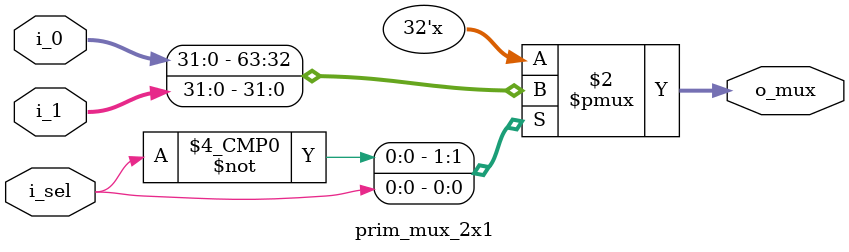
<source format=sv>
module prim_mux_2x1   #(parameter int WIDTH = 32)(
    input  logic             i_sel ,
    input  logic [WIDTH-1:0] i_0   ,
    input  logic [WIDTH-1:0] i_1   ,
    output logic [WIDTH-1:0] o_mux
);

always_comb begin
    case (i_sel)
        1'b0: o_mux = i_0;
        1'b1: o_mux = i_1;
        default: o_mux = {(WIDTH){1'b0}};
    endcase
end

endmodule : prim_mux_2x1


</source>
